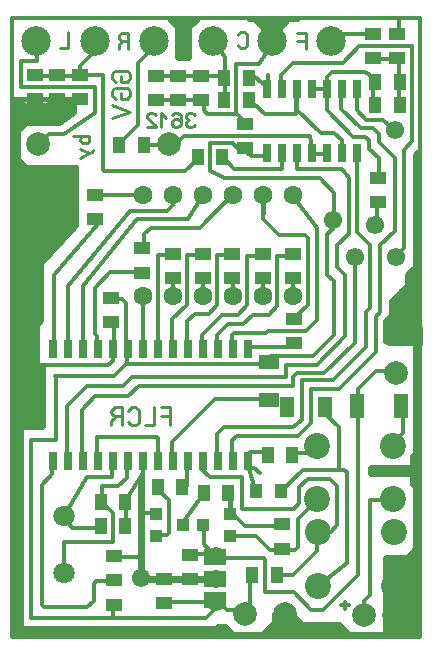
<source format=gbr>
%FSLAX34Y34*%
%MOMM*%
%LNCOPPER_BOTTOM*%
G71*
G01*
%ADD10C, 2.200*%
%ADD11R, 1.100X1.400*%
%ADD12C, 2.500*%
%ADD13R, 1.300X2.000*%
%ADD14R, 1.400X1.100*%
%ADD15C, 0.220*%
%ADD16C, 0.270*%
%ADD17C, 0.240*%
%ADD18R, 0.760X1.500*%
%ADD19C, 1.800*%
%ADD20C, 0.350*%
%ADD21C, 0.600*%
%ADD22C, 1.600*%
%ADD23C, 2.000*%
%ADD24R, 1.000X1.300*%
%ADD25R, 1.900X1.400*%
%ADD26R, 1.100X1.100*%
%ADD27C, 0.500*%
%ADD28C, 1.550*%
%ADD29C, 4.000*%
%ADD30C, 0.400*%
%ADD31R, 1.800X1.300*%
%ADD32R, 1.300X1.800*%
%LPD*%
X333100Y-419788D02*
G54D10*
D03*
X268806Y-419788D02*
G54D10*
D03*
X333100Y-374544D02*
G54D10*
D03*
X268806Y-374544D02*
G54D10*
D03*
X105856Y-442119D02*
G54D11*
D03*
X85256Y-442119D02*
G54D11*
D03*
X180494Y-31744D02*
G54D12*
D03*
X80494Y-31744D02*
G54D12*
D03*
X302075Y-340644D02*
G54D13*
D03*
X339675Y-340744D02*
G54D13*
D03*
X320198Y-168146D02*
G54D14*
D03*
X320198Y-147546D02*
G54D14*
D03*
G54D15*
X164888Y-94626D02*
X163954Y-93071D01*
X162088Y-92293D01*
X160221Y-92293D01*
X158354Y-93071D01*
X157421Y-94626D01*
X157421Y-96182D01*
X158354Y-97738D01*
X160221Y-98515D01*
X158354Y-99293D01*
X157421Y-100849D01*
X157421Y-102404D01*
X158354Y-103960D01*
X160221Y-104738D01*
X162088Y-104738D01*
X163954Y-103960D01*
X164888Y-102404D01*
G54D15*
X145521Y-94626D02*
X146454Y-93071D01*
X148321Y-92293D01*
X150188Y-92293D01*
X152054Y-93071D01*
X152988Y-94626D01*
X152988Y-98515D01*
X152988Y-99293D01*
X150188Y-97738D01*
X148321Y-97738D01*
X146454Y-98515D01*
X145521Y-100071D01*
X145521Y-102404D01*
X146454Y-103960D01*
X148321Y-104738D01*
X150188Y-104738D01*
X152054Y-103960D01*
X152988Y-102404D01*
X152988Y-98515D01*
G54D15*
X141088Y-96960D02*
X136421Y-92293D01*
X136421Y-104738D01*
G54D15*
X124521Y-104738D02*
X131988Y-104738D01*
X131988Y-103960D01*
X131054Y-102404D01*
X125454Y-97738D01*
X124521Y-96182D01*
X124521Y-94626D01*
X125454Y-93071D01*
X127321Y-92293D01*
X129188Y-92293D01*
X131054Y-93071D01*
X131988Y-94626D01*
G54D16*
X144112Y-357038D02*
X144112Y-341926D01*
X136179Y-341926D01*
G54D16*
X144112Y-349482D02*
X136179Y-349482D01*
G54D16*
X130912Y-341926D02*
X130912Y-357038D01*
X122979Y-357038D01*
G54D16*
X108646Y-354204D02*
X109779Y-356093D01*
X112046Y-357038D01*
X114312Y-357038D01*
X116579Y-356093D01*
X117712Y-354204D01*
X117712Y-344760D01*
X116579Y-342871D01*
X114312Y-341926D01*
X112046Y-341926D01*
X109779Y-342871D01*
X108646Y-344760D01*
G54D16*
X98779Y-349482D02*
X95379Y-351371D01*
X94246Y-353260D01*
X94246Y-357038D01*
G54D16*
X103312Y-357038D02*
X103312Y-341926D01*
X97646Y-341926D01*
X95379Y-342871D01*
X94246Y-344760D01*
X94246Y-346649D01*
X95379Y-348538D01*
X97646Y-349482D01*
X103312Y-349482D01*
G54D16*
X102763Y-61590D02*
X102763Y-66123D01*
X107485Y-66123D01*
X109374Y-64990D01*
X110319Y-62723D01*
X110319Y-60456D01*
X109374Y-58190D01*
X107485Y-57056D01*
X98041Y-57056D01*
X96152Y-58190D01*
X95208Y-60456D01*
X95208Y-62723D01*
X96152Y-64990D01*
X98041Y-66123D01*
G54D16*
X102763Y-75990D02*
X102763Y-80523D01*
X107485Y-80523D01*
X109374Y-79390D01*
X110319Y-77123D01*
X110319Y-74856D01*
X109374Y-72590D01*
X107485Y-71456D01*
X98041Y-71456D01*
X96152Y-72590D01*
X95208Y-74856D01*
X95208Y-77123D01*
X96152Y-79390D01*
X98041Y-80523D01*
G54D16*
X95208Y-85856D02*
X110319Y-91523D01*
X95208Y-97190D01*
G54D17*
X75662Y-112144D02*
X62329Y-112144D01*
G54D17*
X70329Y-112144D02*
X68662Y-113144D01*
X68162Y-115144D01*
X68662Y-117144D01*
X70329Y-118144D01*
X73662Y-118144D01*
X75329Y-117144D01*
X75662Y-115144D01*
X75329Y-113144D01*
X73662Y-112144D01*
G54D17*
X68162Y-122844D02*
X75662Y-126844D01*
X68162Y-130844D01*
G54D17*
X75662Y-126844D02*
X78162Y-125844D01*
X78996Y-124844D01*
X78996Y-123844D01*
X209938Y-387469D02*
G54D18*
D03*
X197238Y-387469D02*
G54D18*
D03*
X184538Y-387469D02*
G54D18*
D03*
X171838Y-387469D02*
G54D18*
D03*
X209938Y-292169D02*
G54D18*
D03*
X197238Y-292169D02*
G54D18*
D03*
X184538Y-292169D02*
G54D18*
D03*
X171838Y-292169D02*
G54D18*
D03*
X159138Y-387469D02*
G54D18*
D03*
X146438Y-387469D02*
G54D18*
D03*
X133738Y-387469D02*
G54D18*
D03*
X159138Y-292169D02*
G54D18*
D03*
X146438Y-292169D02*
G54D18*
D03*
X133738Y-292169D02*
G54D18*
D03*
X121038Y-387469D02*
G54D18*
D03*
X121038Y-292169D02*
G54D18*
D03*
X108338Y-387469D02*
G54D18*
D03*
X95638Y-387469D02*
G54D18*
D03*
X108338Y-292169D02*
G54D18*
D03*
X95638Y-292169D02*
G54D18*
D03*
X82938Y-387469D02*
G54D18*
D03*
X70238Y-387469D02*
G54D18*
D03*
X82938Y-292169D02*
G54D18*
D03*
X70238Y-292169D02*
G54D18*
D03*
X57538Y-387469D02*
G54D18*
D03*
X44838Y-387469D02*
G54D18*
D03*
X57538Y-292169D02*
G54D18*
D03*
X44838Y-292169D02*
G54D18*
D03*
X130494Y-31744D02*
G54D12*
D03*
X230494Y-31744D02*
G54D12*
D03*
X280494Y-31744D02*
G54D12*
D03*
X226575Y-72219D02*
G54D18*
D03*
X239275Y-72219D02*
G54D18*
D03*
X251975Y-72219D02*
G54D18*
D03*
X264675Y-72219D02*
G54D18*
D03*
X226575Y-126219D02*
G54D18*
D03*
X239275Y-126219D02*
G54D18*
D03*
X251975Y-126219D02*
G54D18*
D03*
X264675Y-126219D02*
G54D18*
D03*
X277375Y-72219D02*
G54D18*
D03*
X290075Y-72219D02*
G54D18*
D03*
X302775Y-72219D02*
G54D18*
D03*
X277375Y-126219D02*
G54D18*
D03*
X290075Y-126219D02*
G54D18*
D03*
X302775Y-126219D02*
G54D18*
D03*
X269275Y-447756D02*
G54D10*
D03*
X333569Y-447756D02*
G54D10*
D03*
X269275Y-493000D02*
G54D10*
D03*
X333569Y-493000D02*
G54D10*
D03*
X54388Y-434031D02*
G54D19*
D03*
X54388Y-482431D02*
G54D19*
D03*
X30494Y-31744D02*
G54D12*
D03*
G54D20*
X349538Y-11906D02*
X10606Y-11906D01*
X10606Y-536575D01*
X355888Y-536575D01*
X355888Y-11906D01*
X349538Y-11906D01*
G54D17*
X258956Y-38062D02*
X258956Y-24729D01*
X251956Y-24729D01*
G54D17*
X258956Y-31396D02*
X251956Y-31396D01*
G54D17*
X201450Y-34769D02*
X202450Y-36435D01*
X204450Y-37269D01*
X206450Y-37269D01*
X208450Y-36435D01*
X209450Y-34769D01*
X209450Y-26435D01*
X208450Y-24769D01*
X206450Y-23935D01*
X204450Y-23935D01*
X202450Y-24769D01*
X201450Y-26435D01*
G54D17*
X58088Y-23935D02*
X58088Y-37269D01*
X51088Y-37269D01*
G54D17*
X104644Y-31396D02*
X101644Y-33062D01*
X100644Y-34729D01*
X100644Y-38062D01*
G54D17*
X108644Y-38062D02*
X108644Y-24729D01*
X103644Y-24729D01*
X101644Y-25562D01*
X100644Y-27229D01*
X100644Y-28896D01*
X101644Y-30562D01*
X103644Y-31396D01*
X108644Y-31396D01*
X121888Y-119662D02*
G54D11*
D03*
X101288Y-119662D02*
G54D11*
D03*
X336044Y-25400D02*
G54D14*
D03*
X336044Y-46000D02*
G54D14*
D03*
X207456Y-122238D02*
G54D14*
D03*
X207456Y-101638D02*
G54D14*
D03*
X338494Y-85756D02*
G54D11*
D03*
X317894Y-85756D02*
G54D11*
D03*
X67756Y-80962D02*
G54D14*
D03*
X67756Y-60362D02*
G54D14*
D03*
X247938Y-232569D02*
G54D14*
D03*
X247938Y-211969D02*
G54D14*
D03*
X222538Y-232569D02*
G54D14*
D03*
X222538Y-211969D02*
G54D14*
D03*
X196344Y-232569D02*
G54D14*
D03*
X196344Y-211969D02*
G54D14*
D03*
X171738Y-232569D02*
G54D14*
D03*
X171738Y-211969D02*
G54D14*
D03*
X146338Y-232569D02*
G54D14*
D03*
X146338Y-211969D02*
G54D14*
D03*
G54D20*
X147131Y-212725D02*
X133638Y-212725D01*
X133638Y-267494D01*
G54D20*
X247938Y-250825D02*
X247938Y-236538D01*
G54D20*
X222538Y-248444D02*
X222538Y-234156D01*
X223331Y-233362D01*
G54D20*
X197138Y-247650D02*
X197138Y-233362D01*
G54D20*
X171738Y-248444D02*
X171738Y-232569D01*
G54D20*
X146338Y-248444D02*
X146338Y-234156D01*
G54D20*
X120938Y-248444D02*
X120938Y-290512D01*
X120138Y-227862D02*
G54D14*
D03*
X120138Y-207262D02*
G54D14*
D03*
X80469Y-162050D02*
G54D14*
D03*
X80469Y-182650D02*
G54D14*
D03*
X85219Y-422275D02*
G54D11*
D03*
X105819Y-422275D02*
G54D11*
D03*
X94062Y-269612D02*
G54D14*
D03*
X94062Y-249012D02*
G54D14*
D03*
G54D20*
X96331Y-292894D02*
X96331Y-268288D01*
G54D20*
X93156Y-250031D02*
X103475Y-250031D01*
X106650Y-253206D01*
X106650Y-296862D01*
G54D20*
X230475Y-11906D02*
X230475Y-32544D01*
X231269Y-33338D01*
X316200Y-46038D02*
G54D14*
D03*
X316200Y-25438D02*
G54D14*
D03*
X48706Y-80962D02*
G54D14*
D03*
X48706Y-60362D02*
G54D14*
D03*
X29656Y-80962D02*
G54D14*
D03*
X29656Y-60362D02*
G54D14*
D03*
X210594Y-81719D02*
G54D11*
D03*
X189994Y-81719D02*
G54D11*
D03*
X210625Y-62662D02*
G54D11*
D03*
X190025Y-62662D02*
G54D11*
D03*
X170150Y-81756D02*
G54D14*
D03*
X170150Y-61156D02*
G54D14*
D03*
X151100Y-81756D02*
G54D14*
D03*
X151100Y-61156D02*
G54D14*
D03*
X132050Y-81756D02*
G54D14*
D03*
X132050Y-61156D02*
G54D14*
D03*
X188406Y-130175D02*
G54D11*
D03*
X167806Y-130175D02*
G54D11*
D03*
G54D20*
X70138Y-61119D02*
X28862Y-61119D01*
G54D20*
X69344Y-81756D02*
X11400Y-81756D01*
G54D20*
X31244Y-31750D02*
X31244Y-48419D01*
X17750Y-48419D01*
X17750Y-70644D01*
X80456Y-70644D01*
X80456Y-92869D01*
X54262Y-110331D01*
X41562Y-110331D01*
X32038Y-119856D01*
G54D21*
X166181Y-13494D02*
X159038Y-19050D01*
X159038Y-45244D01*
X151100Y-45244D01*
X151100Y-19050D01*
X144750Y-13494D01*
X155069Y-13494D01*
X155069Y-41275D01*
G54D21*
X162212Y-14288D02*
X151100Y-14288D01*
G54D20*
X354300Y-11906D02*
X12194Y-11906D01*
G54D21*
X236031Y-14288D02*
X236031Y-24606D01*
X224919Y-24606D01*
X224919Y-15081D01*
X228094Y-15081D01*
X228094Y-20638D01*
X228888Y-21431D01*
X234444Y-21431D01*
X234444Y-15875D01*
X247938Y-161925D02*
G54D22*
D03*
X222538Y-161925D02*
G54D22*
D03*
X197138Y-161925D02*
G54D22*
D03*
X171738Y-161925D02*
G54D22*
D03*
X146338Y-161925D02*
G54D22*
D03*
X120938Y-161925D02*
G54D22*
D03*
X247938Y-247650D02*
G54D22*
D03*
X222538Y-247650D02*
G54D22*
D03*
X197138Y-247650D02*
G54D22*
D03*
X171738Y-247650D02*
G54D22*
D03*
X146338Y-247650D02*
G54D22*
D03*
X120938Y-247650D02*
G54D22*
D03*
G54D20*
X133638Y-290512D02*
X133638Y-264319D01*
G54D20*
X223331Y-161131D02*
X223331Y-177800D01*
G54D20*
X171738Y-161925D02*
X159038Y-182562D01*
X116175Y-182562D01*
X70138Y-238919D01*
X70138Y-295275D01*
G54D20*
X146338Y-161925D02*
X146338Y-170656D01*
X142369Y-174625D01*
X141575Y-175419D01*
X109825Y-175419D01*
X57438Y-238919D01*
X57438Y-292894D01*
X58231Y-293688D01*
G54D20*
X120938Y-161925D02*
X82838Y-161925D01*
G54D20*
X84425Y-184150D02*
X82838Y-186531D01*
X45531Y-229394D01*
X45531Y-292100D01*
X44738Y-292894D01*
G54D20*
X95538Y-292894D02*
X95538Y-302816D01*
X91569Y-306388D01*
X10606Y-306388D01*
G54D20*
X12194Y-80962D02*
X63788Y-80962D01*
X63788Y-92869D01*
X51088Y-101600D01*
X23306Y-101600D01*
X16162Y-108744D01*
X16162Y-131762D01*
X23306Y-138112D01*
X65375Y-138112D01*
X65375Y-188119D01*
X36006Y-220662D01*
X36006Y-269081D01*
X32038Y-273050D01*
X32038Y-306388D01*
G54D20*
X107950Y-290512D02*
X107950Y-304006D01*
X96838Y-315119D01*
X46831Y-315119D01*
G54D20*
X82044Y-384969D02*
X82044Y-366712D01*
X132844Y-366712D01*
X133638Y-367506D01*
X133638Y-386556D01*
G54D20*
X86012Y-443706D02*
X61406Y-443706D01*
X54262Y-434975D01*
G54D20*
X54262Y-482600D02*
X54262Y-455612D01*
X67756Y-455612D01*
X95538Y-455612D01*
X95538Y-431006D01*
X86806Y-422275D01*
G54D20*
X94744Y-389731D02*
X94744Y-400844D01*
X74106Y-400844D01*
X54262Y-434181D01*
G54D20*
X107444Y-388938D02*
X107444Y-401638D01*
X100300Y-408781D01*
X86806Y-408781D01*
X86806Y-423862D01*
G54D20*
X120938Y-387350D02*
X120938Y-397669D01*
X106650Y-420688D01*
X106650Y-443706D01*
G54D20*
X120938Y-389731D02*
X120938Y-488156D01*
X335456Y-278388D02*
G54D23*
D03*
X335456Y-312519D02*
G54D23*
D03*
G54D20*
X338425Y-276225D02*
X355094Y-276225D01*
X308038Y-517325D02*
G54D23*
D03*
X333438Y-517325D02*
G54D23*
D03*
G54D20*
X295288Y-509500D02*
X288938Y-509500D01*
G54D20*
X292112Y-506325D02*
X292112Y-512675D01*
G54D20*
X47119Y-315119D02*
X47119Y-369888D01*
X26481Y-369888D01*
X26481Y-519906D01*
X174912Y-519906D01*
X133625Y-409500D02*
G54D11*
D03*
X154225Y-409500D02*
G54D11*
D03*
X247375Y-382288D02*
G54D11*
D03*
X226775Y-382288D02*
G54D11*
D03*
X237850Y-412588D02*
G54D24*
D03*
X217250Y-412588D02*
G54D24*
D03*
X182050Y-468831D02*
G54D25*
D03*
X182050Y-487088D02*
G54D25*
D03*
X182050Y-505344D02*
G54D25*
D03*
X160638Y-487075D02*
G54D14*
D03*
X160638Y-466475D02*
G54D14*
D03*
X139319Y-507638D02*
G54D14*
D03*
X139319Y-487038D02*
G54D14*
D03*
X132556Y-450850D02*
G54D26*
D03*
X132556Y-431850D02*
G54D26*
D03*
X154756Y-441350D02*
G54D26*
D03*
G54D20*
X355888Y-492919D02*
X333662Y-492919D01*
X333662Y-535781D01*
X334456Y-536575D01*
G54D20*
X333662Y-419894D02*
X313025Y-419894D01*
X313025Y-500856D01*
X308262Y-505619D01*
X308262Y-517525D01*
G54D20*
X332075Y-369888D02*
X335250Y-369888D01*
X341600Y-363538D01*
X341600Y-341312D01*
X342394Y-340519D01*
G54D20*
X340012Y-311150D02*
X318581Y-311150D01*
X303500Y-326231D01*
X303500Y-343694D01*
G54D20*
X241588Y-516731D02*
X241588Y-535781D01*
X242381Y-536575D01*
G54D20*
X207456Y-513556D02*
X192375Y-513556D01*
X181262Y-502444D01*
X181262Y-513556D01*
X174912Y-519906D01*
G54D20*
X178881Y-486569D02*
X135225Y-486569D01*
G54D20*
X139988Y-506412D02*
X180469Y-506412D01*
X181262Y-507206D01*
G54D20*
X158244Y-465931D02*
X180469Y-465931D01*
X181262Y-466725D01*
G54D20*
X303500Y-341312D02*
X303500Y-483394D01*
X273338Y-513556D01*
X263812Y-513556D01*
X248731Y-498475D01*
X224125Y-498475D01*
X224125Y-470694D01*
X223331Y-469106D01*
X182850Y-469106D01*
X213806Y-483394D02*
G54D11*
D03*
X234406Y-483394D02*
G54D11*
D03*
G54D20*
X211425Y-484981D02*
X211425Y-511175D01*
X204281Y-518319D01*
G54D20*
X232856Y-484188D02*
X247938Y-484188D01*
X268575Y-463550D01*
X268575Y-446088D01*
X269369Y-445294D01*
G54D20*
X171450Y-390525D02*
X171450Y-394494D01*
X177800Y-400844D01*
X204788Y-400844D01*
X204788Y-427831D01*
X249238Y-427831D01*
X253206Y-423069D01*
X253206Y-409575D01*
X261144Y-402431D01*
X279400Y-402431D01*
X285750Y-408781D01*
X285750Y-441325D01*
X280194Y-447675D01*
X269081Y-447675D01*
X268288Y-446881D01*
X194469Y-431800D02*
G54D26*
D03*
X194469Y-450800D02*
G54D26*
D03*
X172269Y-441300D02*
G54D26*
D03*
X239138Y-461512D02*
G54D14*
D03*
X239138Y-440912D02*
G54D14*
D03*
G54D20*
X172531Y-439738D02*
X172531Y-457200D01*
X181262Y-467519D01*
X193550Y-414062D02*
G54D11*
D03*
X172950Y-414062D02*
G54D11*
D03*
G54D20*
X155862Y-438150D02*
X172531Y-414338D01*
G54D20*
X135225Y-431006D02*
X121731Y-431006D01*
G54D20*
X158244Y-391319D02*
X158244Y-408781D01*
X157450Y-409575D01*
G54D20*
X134431Y-412750D02*
X143162Y-420688D01*
X143162Y-448469D01*
X141575Y-450056D01*
X132844Y-450056D01*
G54D20*
X136019Y-486569D02*
X122525Y-486569D01*
G54D21*
X352712Y-290512D02*
X352712Y-534194D01*
G54D21*
X351919Y-469106D02*
X327312Y-469106D01*
X327312Y-533400D01*
X328106Y-534194D01*
X347156Y-534194D01*
X347950Y-533400D01*
X347950Y-474662D01*
X347156Y-473869D01*
X332869Y-473869D01*
X332075Y-473075D01*
X332075Y-529431D01*
X332869Y-530225D01*
X342394Y-530225D01*
X343188Y-531019D01*
X343188Y-478631D01*
X336838Y-478631D01*
X336044Y-479425D01*
X336044Y-526256D01*
X336838Y-527050D01*
X338425Y-527050D01*
X338425Y-482600D01*
G54D21*
X349538Y-383381D02*
X349538Y-406400D01*
G54D21*
X351125Y-461962D02*
X351125Y-462756D01*
X347156Y-466725D01*
G54D21*
X348744Y-392906D02*
X314612Y-392906D01*
X314612Y-397669D01*
X349538Y-397669D01*
G54D21*
X324931Y-534194D02*
X294769Y-534194D01*
X286831Y-526256D01*
X255875Y-526256D01*
X244762Y-515144D01*
X234444Y-515144D01*
X232856Y-516731D01*
X232856Y-523875D01*
X221744Y-534988D01*
X289212Y-534988D01*
X289212Y-534194D01*
X286038Y-531019D01*
X232062Y-531019D01*
X231269Y-530225D01*
X232062Y-530225D01*
X235238Y-527050D01*
X251112Y-527050D01*
G54D21*
X177294Y-487362D02*
X119350Y-487362D01*
X119350Y-400844D01*
G54D21*
X220950Y-534194D02*
X197138Y-534194D01*
X190788Y-527844D01*
X184438Y-527844D01*
X179675Y-532606D01*
X144750Y-532606D01*
X144750Y-534194D01*
X183644Y-534194D01*
X185231Y-532606D01*
X191581Y-532606D01*
G54D21*
X140781Y-534988D02*
X98712Y-534988D01*
G54D21*
X98712Y-532606D02*
X12194Y-532606D01*
G54D21*
X14575Y-308769D02*
X14575Y-528638D01*
G54D21*
X36006Y-307975D02*
X36006Y-357981D01*
X16956Y-357981D01*
X16956Y-529431D01*
X184438Y-529431D01*
X99506Y-533400D01*
G54D21*
X14575Y-84138D02*
X14575Y-308769D01*
G54D21*
X18544Y-86519D02*
X59819Y-85725D01*
G54D21*
X61406Y-88106D02*
X16956Y-88106D01*
G54D21*
X19338Y-137319D02*
X19338Y-354806D01*
X25688Y-354806D01*
X24894Y-354806D01*
X24894Y-142081D01*
X22512Y-139700D01*
X29656Y-139700D01*
X29656Y-354012D01*
X30450Y-354806D01*
X31244Y-354806D01*
X31244Y-308769D01*
X30450Y-307975D01*
X30450Y-268288D01*
X32831Y-265906D01*
X32831Y-142081D01*
X32038Y-141288D01*
X61406Y-141288D01*
X62200Y-188119D01*
X36800Y-215900D01*
X36800Y-146844D01*
X36006Y-146050D01*
X55850Y-146050D01*
X56644Y-145256D01*
X56644Y-190500D01*
X40769Y-206375D01*
X40769Y-151606D01*
X41562Y-150812D01*
X51881Y-150812D01*
X51881Y-191294D01*
X45531Y-197644D01*
X45531Y-154781D01*
X47912Y-154781D01*
X47912Y-188119D01*
X49500Y-189706D01*
X241588Y-516731D02*
G54D23*
D03*
X207456Y-516731D02*
G54D23*
D03*
G54D21*
X248731Y-522288D02*
X238412Y-522288D01*
X238412Y-519112D01*
X242381Y-519112D01*
G54D21*
X353506Y-269081D02*
X351919Y-269875D01*
X328900Y-269875D01*
X328900Y-285750D01*
X329694Y-286544D01*
X354300Y-286544D01*
X355094Y-288131D01*
X355094Y-277812D01*
X355094Y-274638D01*
X332869Y-274638D01*
X332869Y-282575D01*
X353506Y-282575D01*
X354300Y-283369D01*
X354300Y-278606D01*
X336044Y-278606D01*
X32012Y-119162D02*
G54D23*
D03*
X143138Y-119162D02*
G54D23*
D03*
G54D21*
X17750Y-84138D02*
X17750Y-102394D01*
X16956Y-102394D01*
X14575Y-104775D01*
X14575Y-134144D01*
X18544Y-138112D01*
G54D21*
X60612Y-92075D02*
X20925Y-92075D01*
X20925Y-100012D01*
X20925Y-97631D01*
X21719Y-96838D01*
X56644Y-95250D01*
X55056Y-96044D01*
X53469Y-97631D01*
X51088Y-99219D01*
X21719Y-99219D01*
X20131Y-97631D01*
G54D20*
X210631Y-13494D02*
X215394Y-13494D01*
X224125Y-22225D01*
X224125Y-18256D01*
X220950Y-15081D01*
G54D20*
X236825Y-23019D02*
X236825Y-22225D01*
X244762Y-14288D01*
X241588Y-14288D01*
X238412Y-17462D01*
G54D20*
X132050Y-81756D02*
X174119Y-81756D01*
G54D20*
X131256Y-61119D02*
X170944Y-61119D01*
X171738Y-60325D01*
G54D20*
X190788Y-62706D02*
X190788Y-84138D01*
G54D20*
X179675Y-30956D02*
X190788Y-45244D01*
X190788Y-61119D01*
X170944Y-61119D01*
G54D20*
X232062Y-31750D02*
X219362Y-50800D01*
X203488Y-50800D01*
X200312Y-50800D01*
X200312Y-93662D01*
X175706Y-93662D01*
X172531Y-90488D01*
X172531Y-81756D01*
G54D20*
X320169Y-25400D02*
X287625Y-25400D01*
X280481Y-32544D01*
G54D20*
X337631Y-12700D02*
X337631Y-25400D01*
X338425Y-26194D01*
G54D20*
X313025Y-46831D02*
X335250Y-46831D01*
X336044Y-46038D01*
G54D20*
X239206Y-130175D02*
X239206Y-139700D01*
X197931Y-139700D01*
X186819Y-128588D01*
G54D20*
X225712Y-129381D02*
X212219Y-129381D01*
X204281Y-121444D01*
G54D20*
X143162Y-119062D02*
X148719Y-119062D01*
X155862Y-111919D01*
X234444Y-111919D01*
X262225Y-111919D01*
X264606Y-121444D01*
X264606Y-127794D01*
G54D20*
X200312Y-92869D02*
X205869Y-98425D01*
G54D20*
X205075Y-122238D02*
X201106Y-122238D01*
X197138Y-118269D01*
X178088Y-118269D01*
X178088Y-142081D01*
G54D20*
X238412Y-74612D02*
X238412Y-60325D01*
X247938Y-50006D01*
X290800Y-50006D01*
X304294Y-35719D01*
X348744Y-35719D01*
X348744Y-116284D01*
X343188Y-123031D01*
G54D20*
X211425Y-61912D02*
X216188Y-61912D01*
X226506Y-70644D01*
X226506Y-74612D01*
X224919Y-76200D01*
G54D20*
X210631Y-84931D02*
X215394Y-84931D01*
X224125Y-93662D01*
X251112Y-93662D01*
X251112Y-89694D01*
X251112Y-78581D01*
G54D20*
X263019Y-127000D02*
X278100Y-127000D01*
G54D20*
X251906Y-76200D02*
X251906Y-89694D01*
X271750Y-109538D01*
X282862Y-109538D01*
X290006Y-115094D01*
X290006Y-123825D01*
X288419Y-125412D01*
G54D20*
X108238Y-304800D02*
X231269Y-304800D01*
X338462Y-66788D02*
G54D11*
D03*
X317862Y-66788D02*
G54D11*
D03*
G54D20*
X332869Y-46831D02*
X333662Y-46831D01*
X337631Y-50800D01*
X337631Y-86519D01*
G54D20*
X316200Y-84931D02*
X316200Y-61912D01*
X309056Y-57944D01*
X281275Y-57944D01*
X277306Y-61912D01*
X277306Y-72231D01*
X265400Y-72231D01*
G54D27*
X355094Y-125412D02*
X351919Y-128588D01*
X351919Y-288925D01*
G54D27*
X351125Y-224631D02*
X350331Y-224631D01*
X347950Y-227012D01*
X347950Y-268288D01*
G54D27*
X347950Y-227012D02*
X345569Y-229394D01*
X345569Y-266700D01*
X346362Y-267494D01*
G54D27*
X344775Y-242094D02*
X342394Y-242094D01*
X341600Y-242888D01*
X341600Y-265906D01*
X343188Y-267494D01*
G54D27*
X340806Y-243681D02*
X338425Y-246062D01*
X338425Y-265906D01*
G54D27*
X337631Y-246856D02*
X337631Y-247650D01*
X336044Y-249238D01*
X336044Y-266700D01*
G54D27*
X335250Y-250031D02*
X334456Y-250031D01*
X332869Y-251619D01*
X332869Y-265906D01*
X333662Y-266700D01*
X182956Y-467519D02*
G54D28*
D03*
X182956Y-487162D02*
G54D28*
D03*
X182956Y-506412D02*
G54D28*
D03*
X25794Y-338138D02*
G54D28*
D03*
G54D20*
X226612Y-60325D02*
X226612Y-69850D01*
G54D20*
X218675Y-14288D02*
X240106Y-14288D01*
G54D20*
X210738Y-13494D02*
X252012Y-13494D01*
X119456Y-486369D02*
G54D28*
D03*
X334562Y-107156D02*
G54D28*
D03*
G54D20*
X302419Y-76200D02*
X302419Y-90488D01*
X310356Y-98425D01*
X324644Y-98425D01*
X334169Y-107950D01*
X317894Y-187325D02*
G54D28*
D03*
X282175Y-183356D02*
G54D28*
D03*
X300431Y-214312D02*
G54D28*
D03*
X335356Y-214312D02*
G54D28*
D03*
G54D20*
X342900Y-123031D02*
X342106Y-123825D01*
X342106Y-207169D01*
X335756Y-213519D01*
G54D20*
X288925Y-77788D02*
X288925Y-88900D01*
X305594Y-105569D01*
X315912Y-105569D01*
X320675Y-110331D01*
X320675Y-117475D01*
X334169Y-130969D01*
X334169Y-192881D01*
X322262Y-204788D01*
X322262Y-246062D01*
G54D20*
X277019Y-76200D02*
X277019Y-90488D01*
X299244Y-112712D01*
X309562Y-112712D01*
X312738Y-115888D01*
X312738Y-123031D01*
X320675Y-130969D01*
X320675Y-147638D01*
G54D20*
X302419Y-128588D02*
X302419Y-193675D01*
X313531Y-204788D01*
X313531Y-226219D01*
G54D20*
X319088Y-168275D02*
X319088Y-186531D01*
X317500Y-188119D01*
X29369Y-169069D02*
G54D29*
D03*
G54D30*
X194469Y-413544D02*
X194469Y-431800D01*
G54D20*
X211138Y-389731D02*
X211138Y-393700D01*
X216694Y-413544D01*
X216694Y-415925D01*
G54D20*
X224631Y-379412D02*
X211931Y-379412D01*
X209550Y-381794D01*
X209550Y-391319D01*
X210344Y-392112D01*
G54D20*
X80169Y-30956D02*
X80169Y-40481D01*
X67469Y-53181D01*
X67469Y-59531D01*
G54D20*
X67469Y-60325D02*
X87312Y-60325D01*
X87312Y-141288D01*
X88106Y-142081D01*
X157162Y-142081D01*
X167481Y-131762D01*
G54D20*
X251619Y-131762D02*
X251619Y-139700D01*
X289719Y-139700D01*
X295275Y-147638D01*
X295275Y-195262D01*
X285750Y-204788D01*
G54D20*
X282575Y-184150D02*
X282575Y-160338D01*
X271462Y-147638D01*
X189706Y-147638D01*
X178594Y-142081D01*
G54D20*
X197644Y-161925D02*
X196850Y-161925D01*
X169069Y-189706D01*
X127794Y-189706D01*
X122238Y-195262D01*
X122238Y-209550D01*
G54D20*
X119856Y-227012D02*
X93662Y-227012D01*
X80169Y-240506D01*
X80169Y-279400D01*
X82550Y-281781D01*
X82550Y-292100D01*
X81756Y-292894D01*
G54D20*
X144462Y-119856D02*
X123825Y-119856D01*
G54D20*
X127794Y-32544D02*
X127794Y-38894D01*
X116681Y-50006D01*
X116681Y-103188D01*
X102394Y-117475D01*
G54D20*
X169862Y-212725D02*
X158750Y-212725D01*
X158750Y-255588D01*
X146050Y-266700D01*
X146050Y-290512D01*
X145256Y-291306D01*
G54D20*
X195262Y-212725D02*
X184150Y-212725D01*
X184150Y-255588D01*
X177006Y-262731D01*
X165100Y-262731D01*
X158750Y-269081D01*
X158750Y-289719D01*
X157956Y-290512D01*
G54D20*
X219869Y-213519D02*
X209550Y-213519D01*
X209550Y-255588D01*
X201612Y-263525D01*
X188119Y-263525D01*
X171450Y-280194D01*
X171450Y-290512D01*
X173038Y-292100D01*
G54D20*
X245269Y-213519D02*
X234950Y-213519D01*
X234950Y-256381D01*
X227806Y-263525D01*
X214312Y-263525D01*
X205581Y-271462D01*
X192881Y-271462D01*
X184150Y-280988D01*
X184150Y-289719D01*
X184944Y-290512D01*
X249238Y-287338D02*
G54D14*
D03*
X249238Y-266738D02*
G54D14*
D03*
G54D20*
X223044Y-161925D02*
X223044Y-182562D01*
X236538Y-196056D01*
X258762Y-196056D01*
X261144Y-198438D01*
X261144Y-254794D01*
X247650Y-267494D01*
G54D20*
X210344Y-290512D02*
X221456Y-290512D01*
X250825Y-290512D01*
G54D20*
X266700Y-415131D02*
X266700Y-422275D01*
X252412Y-436562D01*
X252412Y-460375D01*
X250031Y-462756D01*
X228600Y-462756D01*
X216694Y-450850D01*
X193675Y-450850D01*
G54D20*
X238125Y-442119D02*
X207962Y-442119D01*
X196056Y-430212D01*
G54D20*
X344488Y-230188D02*
X344488Y-238125D01*
X330994Y-251619D01*
X330994Y-264319D01*
X326231Y-269081D01*
X326231Y-286544D01*
X327819Y-287338D01*
G54D20*
X196850Y-290512D02*
X196850Y-280194D01*
X198438Y-278606D01*
X225425Y-278606D01*
X227012Y-277019D01*
X259556Y-277019D01*
X268288Y-268288D01*
X268288Y-189706D01*
X247650Y-161925D01*
G54D20*
X295275Y-192088D02*
X295275Y-194469D01*
X285750Y-203994D01*
X285750Y-223044D01*
X292100Y-229394D01*
X292100Y-281781D01*
X268288Y-305594D01*
X242888Y-305594D01*
G54D20*
X281781Y-183356D02*
X281781Y-190500D01*
X277019Y-195262D01*
X277019Y-229394D01*
X282575Y-234950D01*
X282575Y-280988D01*
X265112Y-298450D01*
X239712Y-298450D01*
X229394Y-298450D01*
X96306Y-467594D02*
G54D14*
D03*
X96306Y-488194D02*
G54D14*
D03*
X96306Y-488231D02*
G54D14*
D03*
X96306Y-508831D02*
G54D14*
D03*
G54D20*
X96044Y-468312D02*
X119856Y-468312D01*
G54D20*
X96044Y-509588D02*
X96044Y-519906D01*
G54D20*
X44450Y-389731D02*
X44450Y-398462D01*
X35719Y-407194D01*
X35719Y-509588D01*
X37306Y-511175D01*
X73819Y-511175D01*
X79375Y-505619D01*
X79375Y-491331D01*
X81756Y-488950D01*
X95250Y-488950D01*
X228156Y-303488D02*
G54D31*
D03*
X228256Y-335988D02*
G54D31*
D03*
G54D20*
X57150Y-388144D02*
X57150Y-340519D01*
X73819Y-323850D01*
X103981Y-323850D01*
X111919Y-315912D01*
X242094Y-315912D01*
X242094Y-305594D01*
G54D20*
X69850Y-387350D02*
X69850Y-343694D01*
X80962Y-332581D01*
X108744Y-332581D01*
X117475Y-323850D01*
X248444Y-323850D01*
X248444Y-315912D01*
X251619Y-312738D01*
X274638Y-312738D01*
X300831Y-287338D01*
G54D20*
X229394Y-334962D02*
X182562Y-334962D01*
X146050Y-371475D01*
X146050Y-389731D01*
G54D20*
X300831Y-287338D02*
X300831Y-214312D01*
X300038Y-213519D01*
G54D20*
X247650Y-380206D02*
X261938Y-380206D01*
X267494Y-374650D01*
G54D20*
X238919Y-416719D02*
X238919Y-411956D01*
X256381Y-394494D01*
X291306Y-394494D01*
X293688Y-396875D01*
X293688Y-473869D01*
X268288Y-493712D01*
X275500Y-341169D02*
G54D32*
D03*
X243000Y-341269D02*
G54D32*
D03*
G54D20*
X196850Y-388144D02*
X196850Y-369888D01*
X200819Y-365919D01*
X252412Y-365919D01*
X263525Y-354806D01*
X263525Y-326231D01*
X287338Y-326231D01*
X318294Y-295275D01*
X318294Y-265112D01*
X322262Y-261144D01*
X322262Y-206375D01*
G54D20*
X272256Y-340519D02*
X272256Y-343694D01*
X287338Y-358775D01*
X287338Y-393700D01*
G54D20*
X184150Y-387350D02*
X184150Y-364331D01*
X189706Y-358775D01*
X248444Y-358775D01*
X255588Y-352425D01*
X255588Y-319088D01*
X281781Y-319088D01*
X310356Y-290512D01*
X310356Y-261144D01*
X313531Y-257969D01*
X313531Y-211931D01*
G54D20*
X211138Y-392906D02*
X215106Y-392906D01*
X219869Y-397669D01*
M02*

</source>
